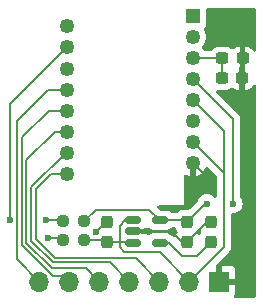
<source format=gtl>
G04 #@! TF.GenerationSoftware,KiCad,Pcbnew,8.0.5-dirty*
G04 #@! TF.CreationDate,2024-10-14T16:29:31+03:00*
G04 #@! TF.ProjectId,Kivipallur_PMW3360_breakout,4b697669-7061-46c6-9c75-725f504d5733,rev?*
G04 #@! TF.SameCoordinates,Original*
G04 #@! TF.FileFunction,Copper,L1,Top*
G04 #@! TF.FilePolarity,Positive*
%FSLAX46Y46*%
G04 Gerber Fmt 4.6, Leading zero omitted, Abs format (unit mm)*
G04 Created by KiCad (PCBNEW 8.0.5-dirty) date 2024-10-14 16:29:31*
%MOMM*%
%LPD*%
G01*
G04 APERTURE LIST*
G04 Aperture macros list*
%AMRoundRect*
0 Rectangle with rounded corners*
0 $1 Rounding radius*
0 $2 $3 $4 $5 $6 $7 $8 $9 X,Y pos of 4 corners*
0 Add a 4 corners polygon primitive as box body*
4,1,4,$2,$3,$4,$5,$6,$7,$8,$9,$2,$3,0*
0 Add four circle primitives for the rounded corners*
1,1,$1+$1,$2,$3*
1,1,$1+$1,$4,$5*
1,1,$1+$1,$6,$7*
1,1,$1+$1,$8,$9*
0 Add four rect primitives between the rounded corners*
20,1,$1+$1,$2,$3,$4,$5,0*
20,1,$1+$1,$4,$5,$6,$7,0*
20,1,$1+$1,$6,$7,$8,$9,0*
20,1,$1+$1,$8,$9,$2,$3,0*%
G04 Aperture macros list end*
G04 #@! TA.AperFunction,ComponentPad*
%ADD10O,1.250000X1.250000*%
G04 #@! TD*
G04 #@! TA.AperFunction,ComponentPad*
%ADD11R,1.250000X1.250000*%
G04 #@! TD*
G04 #@! TA.AperFunction,SMDPad,CuDef*
%ADD12RoundRect,0.237500X-0.237500X0.300000X-0.237500X-0.300000X0.237500X-0.300000X0.237500X0.300000X0*%
G04 #@! TD*
G04 #@! TA.AperFunction,SMDPad,CuDef*
%ADD13RoundRect,0.150000X-0.512500X-0.150000X0.512500X-0.150000X0.512500X0.150000X-0.512500X0.150000X0*%
G04 #@! TD*
G04 #@! TA.AperFunction,SMDPad,CuDef*
%ADD14RoundRect,0.237500X-0.300000X-0.237500X0.300000X-0.237500X0.300000X0.237500X-0.300000X0.237500X0*%
G04 #@! TD*
G04 #@! TA.AperFunction,SMDPad,CuDef*
%ADD15RoundRect,0.237500X0.237500X-0.300000X0.237500X0.300000X-0.237500X0.300000X-0.237500X-0.300000X0*%
G04 #@! TD*
G04 #@! TA.AperFunction,SMDPad,CuDef*
%ADD16RoundRect,0.237500X0.250000X0.237500X-0.250000X0.237500X-0.250000X-0.237500X0.250000X-0.237500X0*%
G04 #@! TD*
G04 #@! TA.AperFunction,SMDPad,CuDef*
%ADD17RoundRect,0.237500X0.300000X0.237500X-0.300000X0.237500X-0.300000X-0.237500X0.300000X-0.237500X0*%
G04 #@! TD*
G04 #@! TA.AperFunction,SMDPad,CuDef*
%ADD18RoundRect,0.237500X-0.250000X-0.237500X0.250000X-0.237500X0.250000X0.237500X-0.250000X0.237500X0*%
G04 #@! TD*
G04 #@! TA.AperFunction,ComponentPad*
%ADD19R,1.700000X1.700000*%
G04 #@! TD*
G04 #@! TA.AperFunction,ComponentPad*
%ADD20O,1.700000X1.700000*%
G04 #@! TD*
G04 #@! TA.AperFunction,ViaPad*
%ADD21C,0.600000*%
G04 #@! TD*
G04 #@! TA.AperFunction,Conductor*
%ADD22C,0.200000*%
G04 #@! TD*
G04 APERTURE END LIST*
D10*
X105700000Y-51800000D03*
X105700000Y-53580000D03*
X105700000Y-55360000D03*
X105700000Y-57140000D03*
X105700000Y-58920000D03*
X105700000Y-60700000D03*
X105700000Y-62480000D03*
X105700000Y-64260000D03*
X116400000Y-63370000D03*
X116400000Y-61590000D03*
X116400000Y-59810000D03*
X116400000Y-58030000D03*
X116400000Y-56250000D03*
X116400000Y-54470000D03*
X116400000Y-52690000D03*
D11*
X116400000Y-50910000D03*
D12*
X115900000Y-68337500D03*
X115900000Y-70062500D03*
D13*
X111325000Y-68200000D03*
X111325000Y-69150000D03*
X111325000Y-70100000D03*
X113600000Y-70100000D03*
X113600000Y-68200000D03*
D14*
X118837500Y-56200000D03*
X120562500Y-56200000D03*
D15*
X117900000Y-70062500D03*
X117900000Y-68337500D03*
D16*
X107212500Y-68300000D03*
X105387500Y-68300000D03*
D17*
X120600000Y-54500000D03*
X118875000Y-54500000D03*
D15*
X109100000Y-70062500D03*
X109100000Y-68337500D03*
D18*
X105387500Y-69900000D03*
X107212500Y-69900000D03*
D19*
X118640000Y-73400000D03*
D20*
X116100000Y-73400000D03*
X113560000Y-73400000D03*
X111020000Y-73400000D03*
X108480000Y-73400000D03*
X105940000Y-73400000D03*
X103400000Y-73400000D03*
D21*
X119800000Y-66800000D03*
X117600000Y-66800000D03*
X108200000Y-69200000D03*
X114600000Y-69200000D03*
X117900000Y-64800000D03*
X120300000Y-69800000D03*
X119500000Y-52200000D03*
X120600000Y-57700000D03*
X104100000Y-69700000D03*
X104000000Y-68200000D03*
X100900000Y-68200000D03*
D22*
X113600000Y-68200000D02*
X115762500Y-68200000D01*
X119800000Y-66800000D02*
X119800000Y-59650000D01*
X107212500Y-68300000D02*
X108212500Y-67300000D01*
X108212500Y-67300000D02*
X112700000Y-67300000D01*
X115762500Y-68200000D02*
X115900000Y-68337500D01*
X119800000Y-59650000D02*
X116400000Y-56250000D01*
X117437500Y-66800000D02*
X115900000Y-68337500D01*
X112700000Y-67300000D02*
X113600000Y-68200000D01*
X117600000Y-66800000D02*
X117437500Y-66800000D01*
X114600000Y-69200000D02*
X114550000Y-69150000D01*
X114550000Y-69150000D02*
X111325000Y-69150000D01*
X109062500Y-68337500D02*
X108200000Y-69200000D01*
X120600000Y-54500000D02*
X120600000Y-55400000D01*
X120600000Y-56162500D02*
X120562500Y-56200000D01*
X117830000Y-64800000D02*
X117900000Y-64800000D01*
X117625000Y-68337500D02*
X115900000Y-70062500D01*
X120600000Y-55400000D02*
X120600000Y-56162500D01*
X117900000Y-68337500D02*
X117625000Y-68337500D01*
X116400000Y-63370000D02*
X117830000Y-64800000D01*
X120600000Y-55400000D02*
X120600000Y-57700000D01*
X115462500Y-70062500D02*
X114600000Y-69200000D01*
X115900000Y-70062500D02*
X115462500Y-70062500D01*
X109100000Y-68337500D02*
X109062500Y-68337500D01*
X119000000Y-60630000D02*
X116400000Y-58030000D01*
X108937500Y-69900000D02*
X109100000Y-70062500D01*
X119000000Y-64190000D02*
X119000000Y-60630000D01*
X116100000Y-73400000D02*
X115596948Y-73400000D01*
X111287500Y-70062500D02*
X111325000Y-70100000D01*
X109100000Y-70062500D02*
X110200000Y-70062500D01*
X110200000Y-70062500D02*
X110200000Y-68662501D01*
X107212500Y-69900000D02*
X108937500Y-69900000D01*
X110200000Y-70062500D02*
X111287500Y-70062500D01*
X113600000Y-70900000D02*
X110600000Y-70900000D01*
X110600000Y-70900000D02*
X110200000Y-70500000D01*
X119000000Y-70500000D02*
X119000000Y-64190000D01*
X116100000Y-73400000D02*
X113600000Y-70900000D01*
X116100000Y-73400000D02*
X119000000Y-70500000D01*
X110200000Y-68662501D02*
X110662501Y-68200000D01*
X119000000Y-64190000D02*
X116400000Y-61590000D01*
X110200000Y-70500000D02*
X110200000Y-70062500D01*
X110662501Y-68200000D02*
X111325000Y-68200000D01*
X116762500Y-71200000D02*
X117900000Y-70062500D01*
X113600000Y-70100000D02*
X114400000Y-70100000D01*
X115500000Y-71200000D02*
X116762500Y-71200000D01*
X114400000Y-70100000D02*
X115500000Y-71200000D01*
X118875000Y-54500000D02*
X118875000Y-56162500D01*
X116400000Y-54470000D02*
X118845000Y-54470000D01*
X118845000Y-54470000D02*
X118875000Y-54500000D01*
X118875000Y-56162500D02*
X118837500Y-56200000D01*
X104541702Y-71783984D02*
X109403984Y-71783984D01*
X102700000Y-69942282D02*
X104541702Y-71783984D01*
X102700000Y-65400000D02*
X102700000Y-69942282D01*
X105700000Y-62480000D02*
X105620000Y-62480000D01*
X109403984Y-71783984D02*
X111020000Y-73400000D01*
X105620000Y-62480000D02*
X102700000Y-65400000D01*
X111543984Y-71383984D02*
X113560000Y-73400000D01*
X104405686Y-64260000D02*
X103100000Y-65565686D01*
X103100000Y-65565686D02*
X103100000Y-69776596D01*
X103100000Y-69776596D02*
X104707388Y-71383984D01*
X104707388Y-71383984D02*
X111543984Y-71383984D01*
X105700000Y-64260000D02*
X104405686Y-64260000D01*
X104160000Y-57140000D02*
X101500000Y-59800000D01*
X105700000Y-57140000D02*
X104160000Y-57140000D01*
X101500000Y-71500000D02*
X103400000Y-73400000D01*
X101500000Y-59800000D02*
X101500000Y-71500000D01*
X107330000Y-72250000D02*
X108480000Y-73400000D01*
X104442032Y-72250000D02*
X107330000Y-72250000D01*
X105700000Y-60700000D02*
X104700000Y-60700000D01*
X102300000Y-70107968D02*
X104442032Y-72250000D01*
X102300000Y-63100000D02*
X102300000Y-70107968D01*
X104700000Y-60700000D02*
X102300000Y-63100000D01*
X104100000Y-69700000D02*
X105187500Y-69700000D01*
X105700000Y-58920000D02*
X104180000Y-58920000D01*
X104180000Y-58920000D02*
X101900000Y-61200000D01*
X105187500Y-69700000D02*
X105387500Y-69900000D01*
X101900000Y-70273654D02*
X104550000Y-72923654D01*
X105463654Y-72923654D02*
X105940000Y-73400000D01*
X104550000Y-72923654D02*
X105463654Y-72923654D01*
X101900000Y-61200000D02*
X101900000Y-70273654D01*
X105287500Y-68200000D02*
X105387500Y-68300000D01*
X104000000Y-68200000D02*
X105287500Y-68200000D01*
X100900000Y-58380000D02*
X105700000Y-53580000D01*
X100900000Y-68200000D02*
X100900000Y-58380000D01*
G04 #@! TA.AperFunction,Conductor*
G36*
X121692539Y-50270185D02*
G01*
X121738294Y-50322989D01*
X121749500Y-50374500D01*
X121749500Y-53797688D01*
X121729815Y-53864727D01*
X121677011Y-53910482D01*
X121607853Y-53920426D01*
X121544297Y-53891401D01*
X121519962Y-53862785D01*
X121482447Y-53801965D01*
X121482444Y-53801961D01*
X121360538Y-53680055D01*
X121360534Y-53680052D01*
X121213811Y-53589551D01*
X121213800Y-53589546D01*
X121050152Y-53535319D01*
X120949154Y-53525000D01*
X120850000Y-53525000D01*
X120850000Y-55429138D01*
X120830315Y-55496177D01*
X120813681Y-55516819D01*
X120812500Y-55518000D01*
X120812500Y-57174999D01*
X120911640Y-57174999D01*
X120911654Y-57174998D01*
X121012652Y-57164680D01*
X121176300Y-57110453D01*
X121176311Y-57110448D01*
X121323034Y-57019947D01*
X121323038Y-57019944D01*
X121444944Y-56898038D01*
X121444947Y-56898034D01*
X121519962Y-56776418D01*
X121571910Y-56729693D01*
X121640872Y-56718472D01*
X121704954Y-56746315D01*
X121743810Y-56804384D01*
X121749500Y-56841515D01*
X121749500Y-74625500D01*
X121729815Y-74692539D01*
X121677011Y-74738294D01*
X121625500Y-74749500D01*
X119988377Y-74749500D01*
X119921338Y-74729815D01*
X119875583Y-74677011D01*
X119865639Y-74607853D01*
X119889111Y-74551188D01*
X119933352Y-74492089D01*
X119933354Y-74492086D01*
X119983596Y-74357379D01*
X119983598Y-74357372D01*
X119989999Y-74297844D01*
X119990000Y-74297827D01*
X119990000Y-73650000D01*
X119073012Y-73650000D01*
X119105925Y-73592993D01*
X119140000Y-73465826D01*
X119140000Y-73334174D01*
X119105925Y-73207007D01*
X119073012Y-73150000D01*
X119990000Y-73150000D01*
X119990000Y-72502172D01*
X119989999Y-72502155D01*
X119983598Y-72442627D01*
X119983596Y-72442620D01*
X119933354Y-72307913D01*
X119933350Y-72307906D01*
X119847190Y-72192812D01*
X119847187Y-72192809D01*
X119732093Y-72106649D01*
X119732086Y-72106645D01*
X119597379Y-72056403D01*
X119597372Y-72056401D01*
X119537844Y-72050000D01*
X118890000Y-72050000D01*
X118890000Y-72966988D01*
X118832993Y-72934075D01*
X118705826Y-72900000D01*
X118574174Y-72900000D01*
X118447007Y-72934075D01*
X118390000Y-72966988D01*
X118390000Y-72010596D01*
X118409685Y-71943557D01*
X118426319Y-71922915D01*
X118848734Y-71500500D01*
X119358506Y-70990728D01*
X119358511Y-70990724D01*
X119368714Y-70980520D01*
X119368716Y-70980520D01*
X119480520Y-70868716D01*
X119559577Y-70731784D01*
X119595022Y-70599500D01*
X119600500Y-70579058D01*
X119600500Y-70420943D01*
X119600500Y-67721842D01*
X119620185Y-67654803D01*
X119672989Y-67609048D01*
X119738382Y-67598622D01*
X119791675Y-67604627D01*
X119799999Y-67605565D01*
X119800000Y-67605565D01*
X119800004Y-67605565D01*
X119979249Y-67585369D01*
X119979252Y-67585368D01*
X119979255Y-67585368D01*
X120149522Y-67525789D01*
X120302262Y-67429816D01*
X120429816Y-67302262D01*
X120525789Y-67149522D01*
X120585368Y-66979255D01*
X120586390Y-66970185D01*
X120605565Y-66800003D01*
X120605565Y-66799996D01*
X120585369Y-66620750D01*
X120585368Y-66620745D01*
X120525788Y-66450476D01*
X120429813Y-66297734D01*
X120427550Y-66294896D01*
X120426659Y-66292715D01*
X120426111Y-66291842D01*
X120426264Y-66291745D01*
X120401144Y-66230209D01*
X120400500Y-66217587D01*
X120400500Y-59570945D01*
X120400500Y-59570943D01*
X120359577Y-59418216D01*
X120359577Y-59418215D01*
X120302572Y-59319480D01*
X120280520Y-59281284D01*
X120168716Y-59169480D01*
X120168715Y-59169479D01*
X120164385Y-59165149D01*
X120164374Y-59165139D01*
X118385516Y-57386281D01*
X118352031Y-57324958D01*
X118357015Y-57255266D01*
X118398887Y-57199333D01*
X118464351Y-57174916D01*
X118485807Y-57175243D01*
X118488323Y-57175500D01*
X119186676Y-57175499D01*
X119186684Y-57175498D01*
X119186687Y-57175498D01*
X119242030Y-57169844D01*
X119287753Y-57165174D01*
X119451516Y-57110908D01*
X119598350Y-57020340D01*
X119612671Y-57006018D01*
X119673989Y-56972533D01*
X119743681Y-56977514D01*
X119788034Y-57006017D01*
X119801961Y-57019944D01*
X119801965Y-57019947D01*
X119948688Y-57110448D01*
X119948699Y-57110453D01*
X120112347Y-57164680D01*
X120213351Y-57174999D01*
X120312500Y-57174998D01*
X120312500Y-55270862D01*
X120332185Y-55203823D01*
X120348819Y-55183181D01*
X120350000Y-55182000D01*
X120350000Y-53524999D01*
X120250860Y-53525000D01*
X120250844Y-53525001D01*
X120149847Y-53535319D01*
X119986199Y-53589546D01*
X119986188Y-53589551D01*
X119839465Y-53680052D01*
X119825532Y-53693985D01*
X119764208Y-53727468D01*
X119694516Y-53722482D01*
X119650172Y-53693982D01*
X119635851Y-53679661D01*
X119635850Y-53679660D01*
X119544629Y-53623395D01*
X119489018Y-53589093D01*
X119489013Y-53589091D01*
X119461575Y-53579999D01*
X119325253Y-53534826D01*
X119325251Y-53534825D01*
X119224178Y-53524500D01*
X118525830Y-53524500D01*
X118525812Y-53524501D01*
X118424747Y-53534825D01*
X118260984Y-53589092D01*
X118260981Y-53589093D01*
X118114148Y-53679661D01*
X117992160Y-53801649D01*
X117992159Y-53801651D01*
X117986642Y-53810596D01*
X117934694Y-53857321D01*
X117881103Y-53869500D01*
X117418639Y-53869500D01*
X117351600Y-53849815D01*
X117319685Y-53820227D01*
X117288768Y-53779287D01*
X117235318Y-53708507D01*
X117194873Y-53671637D01*
X117158592Y-53611927D01*
X117160351Y-53542080D01*
X117194874Y-53488362D01*
X117235318Y-53451493D01*
X117361019Y-53285038D01*
X117453994Y-53098319D01*
X117511076Y-52897696D01*
X117530322Y-52690000D01*
X117511076Y-52482304D01*
X117453994Y-52281681D01*
X117417464Y-52208319D01*
X117361022Y-52094967D01*
X117361016Y-52094958D01*
X117346182Y-52075315D01*
X117321489Y-52009955D01*
X117336053Y-51941620D01*
X117370821Y-51901322D01*
X117382546Y-51892546D01*
X117468796Y-51777331D01*
X117519091Y-51642483D01*
X117525500Y-51582873D01*
X117525499Y-50374499D01*
X117545184Y-50307461D01*
X117597987Y-50261706D01*
X117649499Y-50250500D01*
X121625500Y-50250500D01*
X121692539Y-50270185D01*
G37*
G04 #@! TD.AperFunction*
G04 #@! TA.AperFunction,Conductor*
G36*
X114916548Y-68820185D02*
G01*
X114962303Y-68872989D01*
X114967213Y-68885490D01*
X114977743Y-68917268D01*
X114989092Y-68951515D01*
X114989093Y-68951518D01*
X115009971Y-68985367D01*
X115054439Y-69057461D01*
X115079661Y-69098351D01*
X115093982Y-69112672D01*
X115127467Y-69173995D01*
X115122483Y-69243687D01*
X115093985Y-69288032D01*
X115080052Y-69301965D01*
X114989551Y-69448688D01*
X114989547Y-69448697D01*
X114954460Y-69554583D01*
X114914687Y-69612027D01*
X114850171Y-69638850D01*
X114781395Y-69626535D01*
X114774755Y-69622966D01*
X114681904Y-69569360D01*
X114681904Y-69569359D01*
X114681900Y-69569358D01*
X114631785Y-69540423D01*
X114631784Y-69540422D01*
X114624824Y-69536404D01*
X114599148Y-69516702D01*
X114514365Y-69431919D01*
X114372898Y-69348256D01*
X114372897Y-69348255D01*
X114372896Y-69348255D01*
X114372893Y-69348254D01*
X114215073Y-69302402D01*
X114215067Y-69302401D01*
X114178201Y-69299500D01*
X114178194Y-69299500D01*
X113021806Y-69299500D01*
X113021798Y-69299500D01*
X112984932Y-69302401D01*
X112984926Y-69302402D01*
X112827106Y-69348254D01*
X112827103Y-69348255D01*
X112685637Y-69431917D01*
X112679469Y-69436702D01*
X112678164Y-69435019D01*
X112626454Y-69463246D01*
X112556763Y-69458251D01*
X112509058Y-69426247D01*
X112484796Y-69400000D01*
X112219315Y-69400000D01*
X112156194Y-69382732D01*
X112097896Y-69348255D01*
X112097893Y-69348254D01*
X111940073Y-69302402D01*
X111940067Y-69302401D01*
X111903201Y-69299500D01*
X111903194Y-69299500D01*
X111199000Y-69299500D01*
X111131961Y-69279815D01*
X111086206Y-69227011D01*
X111075000Y-69175500D01*
X111075000Y-69124500D01*
X111094685Y-69057461D01*
X111147489Y-69011706D01*
X111199000Y-69000500D01*
X111903186Y-69000500D01*
X111903194Y-69000500D01*
X111940069Y-68997598D01*
X111940071Y-68997597D01*
X111940073Y-68997597D01*
X111982168Y-68985367D01*
X112097898Y-68951744D01*
X112156194Y-68917268D01*
X112219315Y-68900000D01*
X112484794Y-68900000D01*
X112509057Y-68873752D01*
X112569018Y-68837885D01*
X112638852Y-68840129D01*
X112678512Y-68864530D01*
X112679469Y-68863298D01*
X112685632Y-68868078D01*
X112685635Y-68868081D01*
X112827102Y-68951744D01*
X112861236Y-68961661D01*
X112984926Y-68997597D01*
X112984929Y-68997597D01*
X112984931Y-68997598D01*
X113021806Y-69000500D01*
X113021814Y-69000500D01*
X114178186Y-69000500D01*
X114178194Y-69000500D01*
X114215069Y-68997598D01*
X114215071Y-68997597D01*
X114215073Y-68997597D01*
X114257168Y-68985367D01*
X114372898Y-68951744D01*
X114514365Y-68868081D01*
X114545626Y-68836820D01*
X114606948Y-68803334D01*
X114633308Y-68800500D01*
X114849509Y-68800500D01*
X114916548Y-68820185D01*
G37*
G04 #@! TD.AperFunction*
G04 #@! TA.AperFunction,Conductor*
G36*
X116979747Y-68947601D02*
G01*
X117005831Y-68977704D01*
X117080052Y-69098034D01*
X117080055Y-69098038D01*
X117093982Y-69111965D01*
X117127467Y-69173288D01*
X117122483Y-69242980D01*
X117093984Y-69287325D01*
X117079661Y-69301648D01*
X117079657Y-69301653D01*
X117005244Y-69422295D01*
X116953296Y-69469020D01*
X116884333Y-69480241D01*
X116820252Y-69452398D01*
X116794168Y-69422295D01*
X116719947Y-69301965D01*
X116719944Y-69301961D01*
X116706017Y-69288034D01*
X116672532Y-69226711D01*
X116677516Y-69157019D01*
X116706017Y-69112672D01*
X116720340Y-69098350D01*
X116794755Y-68977704D01*
X116846702Y-68930980D01*
X116915664Y-68919757D01*
X116979747Y-68947601D01*
G37*
G04 #@! TD.AperFunction*
G04 #@! TA.AperFunction,Conductor*
G36*
X116650000Y-64467753D02*
G01*
X116709198Y-64456687D01*
X116903592Y-64381378D01*
X116903607Y-64381371D01*
X117080867Y-64271617D01*
X117080869Y-64271615D01*
X117234945Y-64131157D01*
X117360590Y-63964776D01*
X117360595Y-63964768D01*
X117453521Y-63778148D01*
X117453524Y-63778140D01*
X117458992Y-63758923D01*
X117496271Y-63699829D01*
X117559580Y-63670271D01*
X117628820Y-63679632D01*
X117665940Y-63705175D01*
X118363181Y-64402416D01*
X118396666Y-64463739D01*
X118399500Y-64490097D01*
X118399500Y-66168060D01*
X118379815Y-66235099D01*
X118327011Y-66280854D01*
X118257853Y-66290798D01*
X118194297Y-66261773D01*
X118187819Y-66255741D01*
X118102262Y-66170184D01*
X117949523Y-66074211D01*
X117779254Y-66014631D01*
X117779249Y-66014630D01*
X117600004Y-65994435D01*
X117599996Y-65994435D01*
X117420750Y-66014630D01*
X117420745Y-66014631D01*
X117250476Y-66074211D01*
X117097737Y-66170184D01*
X116970184Y-66297737D01*
X116874212Y-66450475D01*
X116874211Y-66450476D01*
X116849337Y-66521561D01*
X116819977Y-66568286D01*
X116125082Y-67263181D01*
X116063759Y-67296666D01*
X116037401Y-67299500D01*
X115613330Y-67299500D01*
X115613312Y-67299501D01*
X115512247Y-67309825D01*
X115348484Y-67364092D01*
X115348481Y-67364093D01*
X115201648Y-67454661D01*
X115093129Y-67563181D01*
X115031806Y-67596666D01*
X115005448Y-67599500D01*
X114633308Y-67599500D01*
X114566269Y-67579815D01*
X114545626Y-67563180D01*
X114514370Y-67531923D01*
X114514362Y-67531917D01*
X114383728Y-67454661D01*
X114372898Y-67448256D01*
X114372897Y-67448255D01*
X114372896Y-67448255D01*
X114372893Y-67448254D01*
X114215073Y-67402402D01*
X114215067Y-67402401D01*
X114178201Y-67399500D01*
X114178194Y-67399500D01*
X113700097Y-67399500D01*
X113633058Y-67379815D01*
X113612416Y-67363181D01*
X113411416Y-67162181D01*
X113377931Y-67100858D01*
X113382915Y-67031166D01*
X113424787Y-66975233D01*
X113490251Y-66950816D01*
X113499097Y-66950500D01*
X115449826Y-66950500D01*
X115449828Y-66950500D01*
X115541897Y-66912364D01*
X115612364Y-66841897D01*
X115650500Y-66749828D01*
X115650500Y-64451743D01*
X115670185Y-64384704D01*
X115722989Y-64338949D01*
X115792147Y-64329005D01*
X115839778Y-64346316D01*
X115896398Y-64381373D01*
X115896407Y-64381378D01*
X116090801Y-64456687D01*
X116150000Y-64467753D01*
X116150000Y-63650330D01*
X116169745Y-63670075D01*
X116255255Y-63719444D01*
X116350630Y-63745000D01*
X116449370Y-63745000D01*
X116544745Y-63719444D01*
X116630255Y-63670075D01*
X116650000Y-63650330D01*
X116650000Y-64467753D01*
G37*
G04 #@! TD.AperFunction*
M02*

</source>
